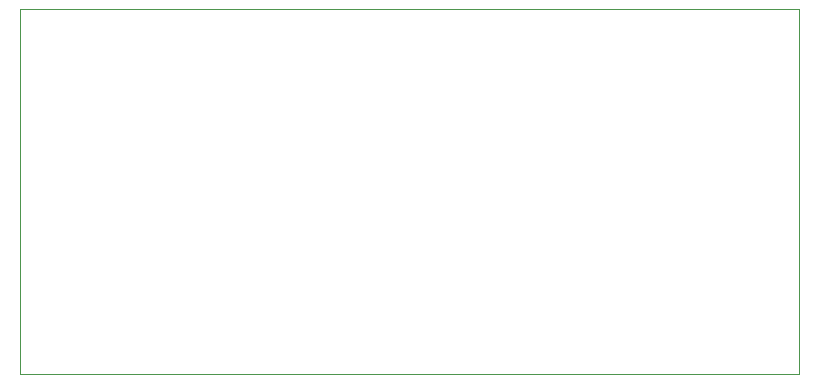
<source format=gbr>
%TF.GenerationSoftware,KiCad,Pcbnew,8.0.3*%
%TF.CreationDate,2024-07-25T00:21:40-07:00*%
%TF.ProjectId,radio_module,72616469-6f5f-46d6-9f64-756c652e6b69,rev?*%
%TF.SameCoordinates,Original*%
%TF.FileFunction,Profile,NP*%
%FSLAX46Y46*%
G04 Gerber Fmt 4.6, Leading zero omitted, Abs format (unit mm)*
G04 Created by KiCad (PCBNEW 8.0.3) date 2024-07-25 00:21:40*
%MOMM*%
%LPD*%
G01*
G04 APERTURE LIST*
%TA.AperFunction,Profile*%
%ADD10C,0.050000*%
%TD*%
G04 APERTURE END LIST*
D10*
X96000000Y-115000000D02*
X96000000Y-86000000D01*
X96000000Y-115000000D02*
X96000000Y-116840000D01*
X162000000Y-86000000D02*
X162000000Y-115000000D01*
X162000000Y-115000000D02*
X162000000Y-116840000D01*
X162000000Y-116840000D02*
X96000000Y-116840000D01*
X96000000Y-86000000D02*
X162000000Y-86000000D01*
M02*

</source>
